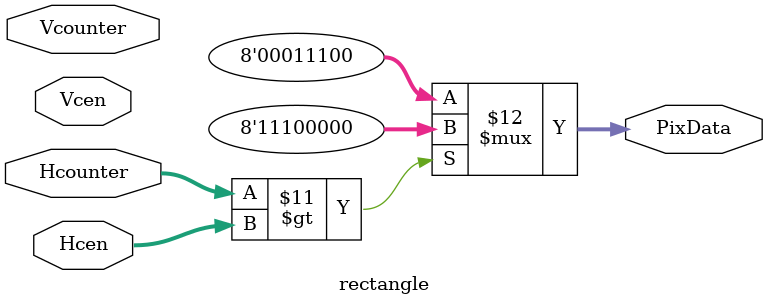
<source format=v>
`timescale 1ns / 1ps
`define	RED 8'b11100000
`define	GREEN 8'b00011100
`define	height	100
`define	length	200

/*
Assign these 4 signals in top module.
assign length = 200;
assign height = 100;
assign centre_h = 320;
assign centre_v = 240;
*/

module rectangle(
		Hcounter,
		Vcounter,
		Hcen,
		Vcen,
		PixData
    );
	 
//inputs:
input[9:0] Hcounter,Vcounter,Hcen,Vcen;
//outputs:
output[7:0] PixData;

assign Hcenter = (Hcen>540)?	540:(Hcen<100)?	100:Hcen;
assign Vcenter	= (Vcen>430)?	430:(Vcen<50)?		50:Vcen;
assign PixData = (Hcounter>Hcen)?	`RED:`GREEN;
endmodule

</source>
